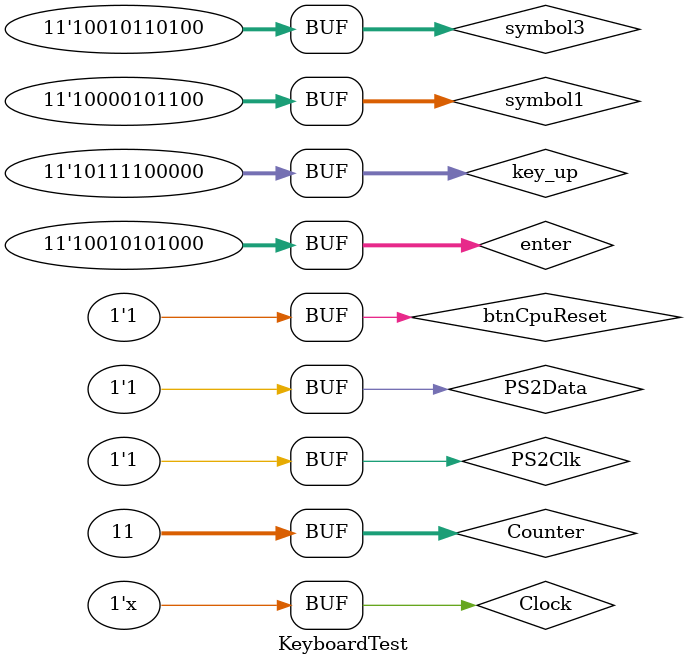
<source format=v>
`timescale 10ns / 1ps


module KeyboardTest;

	// Inputs
	reg Clock=0;
	reg btnCpuReset=1;
	reg PS2Clk=1;
	reg PS2Data=1;

	// Outputs
	wire [7:0] ScanData;
	wire [1:0] JB;
	wire Valid;

	// Instantiate the Unit Under Test (UUT)
	KeyboardWrapper uut (
		.Clock(Clock), 
		.btnCpuReset(btnCpuReset), 
		.PS2Clk(PS2Clk), 
		.PS2Data(PS2Data), 
		.ScanData(ScanData), 
		.JB(JB), 
		.Valid(Valid)
	);
	integer Counter = 0;
	reg [10:0] symbol1 =    11'b10000101100; //16
	reg [10:0] key_up =     11'b10111100000; //F0
	reg [10:0] symbol3 =    11'b10010110100; //15
	reg [10:0] enter =      11'b10010101000;

	always
		#1 Clock = ~Clock;


	initial begin
		// Initialize Inputs
		#100 btnCpuReset = 0;
		#100 btnCpuReset = 1;
		// Wait 100 ns for global reset to finish
		
		for(Counter = 0; Counter < 11; Counter = Counter + 1)
			begin
				#100 PS2Data = key_up[Counter];
				#500 PS2Clk = ~PS2Clk;
				#500 PS2Clk = ~PS2Clk;
			end

      for(Counter = 0; Counter < 11; Counter = Counter + 1) 
			begin
				#100 PS2Data = enter[Counter];
				#500 PS2Clk = ~PS2Clk;
				#500 PS2Clk = ~PS2Clk;
			end
		#1000
		
		for(Counter = 0; Counter < 11; Counter = Counter + 1)
			begin
				#100 PS2Data = key_up[Counter];
				#500 PS2Clk = ~PS2Clk;
				#500 PS2Clk = ~PS2Clk;
			end
		#1000
		for(Counter = 0; Counter < 11; Counter = Counter + 1)
			begin
				#100 PS2Data = enter[Counter];
				#500 PS2Clk = ~PS2Clk;
				#500 PS2Clk = ~PS2Clk;
			end
		for(Counter = 0; Counter < 11; Counter = Counter + 1)
			begin
				#100 PS2Data = key_up[Counter];
				#500 PS2Clk = ~PS2Clk;
				#500 PS2Clk = ~PS2Clk;
			end
			#1000
		for(Counter = 0; Counter < 11; Counter = Counter + 1)
			begin
				#100 PS2Data = symbol3[Counter];
				#500 PS2Clk = ~PS2Clk;
				#500 PS2Clk = ~PS2Clk;
			end

	end

       
      
endmodule


</source>
